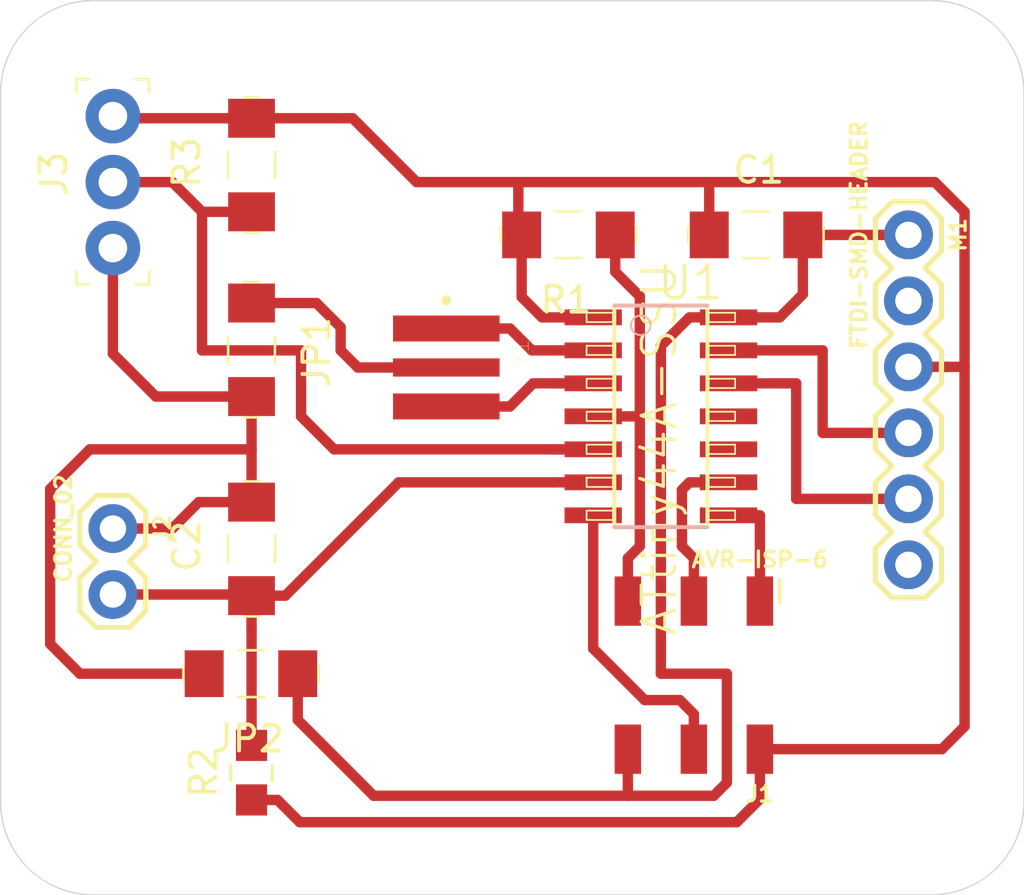
<source format=kicad_pcb>
(kicad_pcb (version 20171130) (host pcbnew "(5.1.5-0-10_14)")

  (general
    (thickness 1.6)
    (drawings 8)
    (tracks 111)
    (zones 0)
    (modules 13)
    (nets 19)
  )

  (page A4)
  (layers
    (0 F.Cu signal)
    (31 B.Cu signal hide)
    (32 B.Adhes user hide)
    (33 F.Adhes user hide)
    (34 B.Paste user hide)
    (35 F.Paste user hide)
    (36 B.SilkS user hide)
    (37 F.SilkS user hide)
    (38 B.Mask user hide)
    (39 F.Mask user hide)
    (40 Dwgs.User user hide)
    (41 Cmts.User user hide)
    (42 Eco1.User user hide)
    (43 Eco2.User user hide)
    (44 Edge.Cuts user)
    (45 Margin user hide)
    (46 B.CrtYd user hide)
    (47 F.CrtYd user hide)
    (48 B.Fab user hide)
    (49 F.Fab user hide)
  )

  (setup
    (last_trace_width 0.4)
    (trace_clearance 0.41)
    (zone_clearance 0.508)
    (zone_45_only no)
    (trace_min 0.2)
    (via_size 0.8)
    (via_drill 0.4)
    (via_min_size 0.4)
    (via_min_drill 0.3)
    (uvia_size 0.3)
    (uvia_drill 0.1)
    (uvias_allowed no)
    (uvia_min_size 0.2)
    (uvia_min_drill 0.1)
    (edge_width 0.05)
    (segment_width 0.2)
    (pcb_text_width 0.3)
    (pcb_text_size 1.5 1.5)
    (mod_edge_width 0.12)
    (mod_text_size 1 1)
    (mod_text_width 0.15)
    (pad_size 1.524 1.524)
    (pad_drill 0.762)
    (pad_to_mask_clearance 0.051)
    (solder_mask_min_width 0.25)
    (aux_axis_origin 0 0)
    (visible_elements FFFFFF7F)
    (pcbplotparams
      (layerselection 0x01000_7fffffff)
      (usegerberextensions false)
      (usegerberattributes false)
      (usegerberadvancedattributes false)
      (creategerberjobfile false)
      (excludeedgelayer true)
      (linewidth 0.100000)
      (plotframeref false)
      (viasonmask false)
      (mode 1)
      (useauxorigin false)
      (hpglpennumber 1)
      (hpglpenspeed 20)
      (hpglpendiameter 15.000000)
      (psnegative false)
      (psa4output false)
      (plotreference true)
      (plotvalue true)
      (plotinvisibletext false)
      (padsonsilk false)
      (subtractmaskfromsilk false)
      (outputformat 1)
      (mirror false)
      (drillshape 0)
      (scaleselection 1)
      (outputdirectory ""))
  )

  (net 0 "")
  (net 1 /GND)
  (net 2 /VCC)
  (net 3 /AO)
  (net 4 /MISO)
  (net 5 /SCK)
  (net 6 /MOSI)
  (net 7 /RST)
  (net 8 /DO)
  (net 9 "Net-(M1-Pad2)")
  (net 10 /TX)
  (net 11 /RX)
  (net 12 "Net-(M1-Pad6)")
  (net 13 "Net-(U1-Pad3)")
  (net 14 "Net-(U1-Pad2)")
  (net 15 "Net-(U1-Pad10)")
  (net 16 "Net-(U1-Pad11)")
  (net 17 "Net-(JP1-Pad1)")
  (net 18 /connection)

  (net_class Default "This is the default net class."
    (clearance 0.41)
    (trace_width 0.4)
    (via_dia 0.8)
    (via_drill 0.4)
    (uvia_dia 0.3)
    (uvia_drill 0.1)
    (add_net /AO)
    (add_net /DO)
    (add_net /GND)
    (add_net /MISO)
    (add_net /MOSI)
    (add_net /RST)
    (add_net /RX)
    (add_net /SCK)
    (add_net /TX)
    (add_net /VCC)
    (add_net /connection)
    (add_net "Net-(JP1-Pad1)")
    (add_net "Net-(M1-Pad2)")
    (add_net "Net-(M1-Pad6)")
    (add_net "Net-(U1-Pad10)")
    (add_net "Net-(U1-Pad11)")
    (add_net "Net-(U1-Pad2)")
    (add_net "Net-(U1-Pad3)")
  )

  (module digikey-footprints:1206 (layer F.Cu) (tedit 5D288D46) (tstamp 5E825116)
    (at 46.99 28.934 90)
    (descr http://media.digikey.com/pdf/Data%20Sheets/Lite-On%20PDFs/LTST-C230KFKT_5-24-06.pdf)
    (path /5E7F0EA9)
    (attr smd)
    (fp_text reference R3 (at 0.1 -2.5 90) (layer F.SilkS)
      (effects (font (size 1 1) (thickness 0.15)))
    )
    (fp_text value 4.7K (at 0 2.6 90) (layer F.Fab)
      (effects (font (size 1 1) (thickness 0.15)))
    )
    (fp_line (start 2.6 -0.3) (end 2.6 0.3) (layer F.SilkS) (width 0.1))
    (fp_line (start -2.6 -0.3) (end -2.6 0.3) (layer F.SilkS) (width 0.1))
    (fp_line (start 0 0.9) (end -0.5 0.9) (layer F.SilkS) (width 0.1))
    (fp_line (start 0 0.9) (end 0.5 0.9) (layer F.SilkS) (width 0.1))
    (fp_line (start 0 -0.9) (end -0.5 -0.9) (layer F.SilkS) (width 0.1))
    (fp_line (start 0 -0.9) (end 0.5 -0.9) (layer F.SilkS) (width 0.1))
    (fp_text user %R (at 0 0 90) (layer F.Fab)
      (effects (font (size 1 1) (thickness 0.15)))
    )
    (fp_line (start 2.8 1.15) (end 2.8 -1.15) (layer F.CrtYd) (width 0.05))
    (fp_line (start 2.8 -1.15) (end -2.8 -1.15) (layer F.CrtYd) (width 0.05))
    (fp_line (start -2.8 -1.15) (end -2.8 1.15) (layer F.CrtYd) (width 0.05))
    (fp_line (start -2.8 1.15) (end 2.8 1.15) (layer F.CrtYd) (width 0.05))
    (fp_line (start -1.6 -0.8) (end -1.6 0.8) (layer F.Fab) (width 0.1))
    (fp_line (start 1.6 -0.8) (end 1.6 0.8) (layer F.Fab) (width 0.1))
    (fp_line (start -1.6 -0.8) (end 1.6 -0.8) (layer F.Fab) (width 0.1))
    (fp_line (start -1.6 0.8) (end 1.6 0.8) (layer F.Fab) (width 0.1))
    (pad 1 smd rect (at -1.8 0 90) (size 1.5 1.8) (layers F.Cu F.Paste F.Mask)
      (net 8 /DO))
    (pad 2 smd rect (at 1.8 0 90) (size 1.5 1.8) (layers F.Cu F.Paste F.Mask)
      (net 2 /VCC))
  )

  (module Connectors:1X06 (layer F.Cu) (tedit 5963D43D) (tstamp 5E83CB33)
    (at 72.263 31.623 270)
    (descr "PLATED THROUGH HOLE - 6 PIN")
    (tags "PLATED THROUGH HOLE - 6 PIN")
    (path /5E7E21A9)
    (attr virtual)
    (fp_text reference M1 (at 0 -1.905 90) (layer F.SilkS)
      (effects (font (size 0.6096 0.6096) (thickness 0.127)))
    )
    (fp_text value FTDI-SMD-HEADER (at 0 1.905 90) (layer F.SilkS)
      (effects (font (size 0.6096 0.6096) (thickness 0.127)))
    )
    (fp_line (start 11.43 -0.635) (end 12.065 -1.27) (layer F.SilkS) (width 0.2032))
    (fp_line (start 12.065 -1.27) (end 13.335 -1.27) (layer F.SilkS) (width 0.2032))
    (fp_line (start 13.335 -1.27) (end 13.97 -0.635) (layer F.SilkS) (width 0.2032))
    (fp_line (start 13.97 0.635) (end 13.335 1.27) (layer F.SilkS) (width 0.2032))
    (fp_line (start 13.335 1.27) (end 12.065 1.27) (layer F.SilkS) (width 0.2032))
    (fp_line (start 12.065 1.27) (end 11.43 0.635) (layer F.SilkS) (width 0.2032))
    (fp_line (start 6.985 -1.27) (end 8.255 -1.27) (layer F.SilkS) (width 0.2032))
    (fp_line (start 8.255 -1.27) (end 8.89 -0.635) (layer F.SilkS) (width 0.2032))
    (fp_line (start 8.89 0.635) (end 8.255 1.27) (layer F.SilkS) (width 0.2032))
    (fp_line (start 8.89 -0.635) (end 9.525 -1.27) (layer F.SilkS) (width 0.2032))
    (fp_line (start 9.525 -1.27) (end 10.795 -1.27) (layer F.SilkS) (width 0.2032))
    (fp_line (start 10.795 -1.27) (end 11.43 -0.635) (layer F.SilkS) (width 0.2032))
    (fp_line (start 11.43 0.635) (end 10.795 1.27) (layer F.SilkS) (width 0.2032))
    (fp_line (start 10.795 1.27) (end 9.525 1.27) (layer F.SilkS) (width 0.2032))
    (fp_line (start 9.525 1.27) (end 8.89 0.635) (layer F.SilkS) (width 0.2032))
    (fp_line (start 3.81 -0.635) (end 4.445 -1.27) (layer F.SilkS) (width 0.2032))
    (fp_line (start 4.445 -1.27) (end 5.715 -1.27) (layer F.SilkS) (width 0.2032))
    (fp_line (start 5.715 -1.27) (end 6.35 -0.635) (layer F.SilkS) (width 0.2032))
    (fp_line (start 6.35 0.635) (end 5.715 1.27) (layer F.SilkS) (width 0.2032))
    (fp_line (start 5.715 1.27) (end 4.445 1.27) (layer F.SilkS) (width 0.2032))
    (fp_line (start 4.445 1.27) (end 3.81 0.635) (layer F.SilkS) (width 0.2032))
    (fp_line (start 6.985 -1.27) (end 6.35 -0.635) (layer F.SilkS) (width 0.2032))
    (fp_line (start 6.35 0.635) (end 6.985 1.27) (layer F.SilkS) (width 0.2032))
    (fp_line (start 8.255 1.27) (end 6.985 1.27) (layer F.SilkS) (width 0.2032))
    (fp_line (start -0.635 -1.27) (end 0.635 -1.27) (layer F.SilkS) (width 0.2032))
    (fp_line (start 0.635 -1.27) (end 1.27 -0.635) (layer F.SilkS) (width 0.2032))
    (fp_line (start 1.27 0.635) (end 0.635 1.27) (layer F.SilkS) (width 0.2032))
    (fp_line (start 1.27 -0.635) (end 1.905 -1.27) (layer F.SilkS) (width 0.2032))
    (fp_line (start 1.905 -1.27) (end 3.175 -1.27) (layer F.SilkS) (width 0.2032))
    (fp_line (start 3.175 -1.27) (end 3.81 -0.635) (layer F.SilkS) (width 0.2032))
    (fp_line (start 3.81 0.635) (end 3.175 1.27) (layer F.SilkS) (width 0.2032))
    (fp_line (start 3.175 1.27) (end 1.905 1.27) (layer F.SilkS) (width 0.2032))
    (fp_line (start 1.905 1.27) (end 1.27 0.635) (layer F.SilkS) (width 0.2032))
    (fp_line (start -1.27 -0.635) (end -1.27 0.635) (layer F.SilkS) (width 0.2032))
    (fp_line (start -0.635 -1.27) (end -1.27 -0.635) (layer F.SilkS) (width 0.2032))
    (fp_line (start -1.27 0.635) (end -0.635 1.27) (layer F.SilkS) (width 0.2032))
    (fp_line (start 0.635 1.27) (end -0.635 1.27) (layer F.SilkS) (width 0.2032))
    (fp_line (start 13.97 -0.635) (end 13.97 0.635) (layer F.SilkS) (width 0.2032))
    (pad 1 thru_hole circle (at 0 0 270) (size 1.8796 1.8796) (drill 1.016) (layers *.Cu *.Mask)
      (net 1 /GND) (solder_mask_margin 0.1016))
    (pad 2 thru_hole circle (at 2.54 0 270) (size 1.8796 1.8796) (drill 1.016) (layers *.Cu *.Mask)
      (net 9 "Net-(M1-Pad2)") (solder_mask_margin 0.1016))
    (pad 3 thru_hole circle (at 5.08 0 270) (size 1.8796 1.8796) (drill 1.016) (layers *.Cu *.Mask)
      (net 2 /VCC) (solder_mask_margin 0.1016))
    (pad 4 thru_hole circle (at 7.62 0 270) (size 1.8796 1.8796) (drill 1.016) (layers *.Cu *.Mask)
      (net 10 /TX) (solder_mask_margin 0.1016))
    (pad 5 thru_hole circle (at 10.16 0 270) (size 1.8796 1.8796) (drill 1.016) (layers *.Cu *.Mask)
      (net 11 /RX) (solder_mask_margin 0.1016))
    (pad 6 thru_hole circle (at 12.7 0 270) (size 1.8796 1.8796) (drill 1.016) (layers *.Cu *.Mask)
      (net 12 "Net-(M1-Pad6)") (solder_mask_margin 0.1016))
  )

  (module digikey-footprints:1206 (layer F.Cu) (tedit 5D288D46) (tstamp 5E82505A)
    (at 46.99 43.71 90)
    (descr http://media.digikey.com/pdf/Data%20Sheets/Lite-On%20PDFs/LTST-C230KFKT_5-24-06.pdf)
    (path /5E900676)
    (attr smd)
    (fp_text reference C2 (at 0.1 -2.5 90) (layer F.SilkS)
      (effects (font (size 1 1) (thickness 0.15)))
    )
    (fp_text value 0.1uF (at 0 2.6 90) (layer F.Fab)
      (effects (font (size 1 1) (thickness 0.15)))
    )
    (fp_line (start -1.6 0.8) (end 1.6 0.8) (layer F.Fab) (width 0.1))
    (fp_line (start -1.6 -0.8) (end 1.6 -0.8) (layer F.Fab) (width 0.1))
    (fp_line (start 1.6 -0.8) (end 1.6 0.8) (layer F.Fab) (width 0.1))
    (fp_line (start -1.6 -0.8) (end -1.6 0.8) (layer F.Fab) (width 0.1))
    (fp_line (start -2.8 1.15) (end 2.8 1.15) (layer F.CrtYd) (width 0.05))
    (fp_line (start -2.8 -1.15) (end -2.8 1.15) (layer F.CrtYd) (width 0.05))
    (fp_line (start 2.8 -1.15) (end -2.8 -1.15) (layer F.CrtYd) (width 0.05))
    (fp_line (start 2.8 1.15) (end 2.8 -1.15) (layer F.CrtYd) (width 0.05))
    (fp_text user %R (at 0 0) (layer F.Fab)
      (effects (font (size 1 1) (thickness 0.15)))
    )
    (fp_line (start 0 -0.9) (end 0.5 -0.9) (layer F.SilkS) (width 0.1))
    (fp_line (start 0 -0.9) (end -0.5 -0.9) (layer F.SilkS) (width 0.1))
    (fp_line (start 0 0.9) (end 0.5 0.9) (layer F.SilkS) (width 0.1))
    (fp_line (start 0 0.9) (end -0.5 0.9) (layer F.SilkS) (width 0.1))
    (fp_line (start -2.6 -0.3) (end -2.6 0.3) (layer F.SilkS) (width 0.1))
    (fp_line (start 2.6 -0.3) (end 2.6 0.3) (layer F.SilkS) (width 0.1))
    (pad 2 smd rect (at 1.8 0 90) (size 1.5 1.8) (layers F.Cu F.Paste F.Mask)
      (net 18 /connection))
    (pad 1 smd rect (at -1.8 0 90) (size 1.5 1.8) (layers F.Cu F.Paste F.Mask)
      (net 3 /AO))
  )

  (module digikey-footprints:1206 (layer F.Cu) (tedit 5D288D46) (tstamp 5E8479DE)
    (at 46.968 48.514 180)
    (descr http://media.digikey.com/pdf/Data%20Sheets/Lite-On%20PDFs/LTST-C230KFKT_5-24-06.pdf)
    (path /5ED2BB2B)
    (attr smd)
    (fp_text reference JP2 (at 0.1 -2.5) (layer F.SilkS)
      (effects (font (size 1 1) (thickness 0.15)))
    )
    (fp_text value 0 (at 0 2.6) (layer F.Fab)
      (effects (font (size 1 1) (thickness 0.15)))
    )
    (fp_line (start -1.6 0.8) (end 1.6 0.8) (layer F.Fab) (width 0.1))
    (fp_line (start -1.6 -0.8) (end 1.6 -0.8) (layer F.Fab) (width 0.1))
    (fp_line (start 1.6 -0.8) (end 1.6 0.8) (layer F.Fab) (width 0.1))
    (fp_line (start -1.6 -0.8) (end -1.6 0.8) (layer F.Fab) (width 0.1))
    (fp_line (start -2.8 1.15) (end 2.8 1.15) (layer F.CrtYd) (width 0.05))
    (fp_line (start -2.8 -1.15) (end -2.8 1.15) (layer F.CrtYd) (width 0.05))
    (fp_line (start 2.8 -1.15) (end -2.8 -1.15) (layer F.CrtYd) (width 0.05))
    (fp_line (start 2.8 1.15) (end 2.8 -1.15) (layer F.CrtYd) (width 0.05))
    (fp_text user %R (at 0 0) (layer F.Fab)
      (effects (font (size 1 1) (thickness 0.15)))
    )
    (fp_line (start 0 -0.9) (end 0.5 -0.9) (layer F.SilkS) (width 0.1))
    (fp_line (start 0 -0.9) (end -0.5 -0.9) (layer F.SilkS) (width 0.1))
    (fp_line (start 0 0.9) (end 0.5 0.9) (layer F.SilkS) (width 0.1))
    (fp_line (start 0 0.9) (end -0.5 0.9) (layer F.SilkS) (width 0.1))
    (fp_line (start -2.6 -0.3) (end -2.6 0.3) (layer F.SilkS) (width 0.1))
    (fp_line (start 2.6 -0.3) (end 2.6 0.3) (layer F.SilkS) (width 0.1))
    (pad 2 smd rect (at 1.8 0 180) (size 1.5 1.8) (layers F.Cu F.Paste F.Mask)
      (net 18 /connection))
    (pad 1 smd rect (at -1.8 0 180) (size 1.5 1.8) (layers F.Cu F.Paste F.Mask)
      (net 1 /GND))
  )

  (module digikey-footprints:1206 (layer F.Cu) (tedit 5D288D46) (tstamp 5E8479C9)
    (at 46.99 36.046 270)
    (descr http://media.digikey.com/pdf/Data%20Sheets/Lite-On%20PDFs/LTST-C230KFKT_5-24-06.pdf)
    (path /5ED299AD)
    (attr smd)
    (fp_text reference JP1 (at 0.1 -2.5 90) (layer F.SilkS)
      (effects (font (size 1 1) (thickness 0.15)))
    )
    (fp_text value 0 (at 0 2.6 90) (layer F.Fab)
      (effects (font (size 1 1) (thickness 0.15)))
    )
    (fp_line (start 2.6 -0.3) (end 2.6 0.3) (layer F.SilkS) (width 0.1))
    (fp_line (start -2.6 -0.3) (end -2.6 0.3) (layer F.SilkS) (width 0.1))
    (fp_line (start 0 0.9) (end -0.5 0.9) (layer F.SilkS) (width 0.1))
    (fp_line (start 0 0.9) (end 0.5 0.9) (layer F.SilkS) (width 0.1))
    (fp_line (start 0 -0.9) (end -0.5 -0.9) (layer F.SilkS) (width 0.1))
    (fp_line (start 0 -0.9) (end 0.5 -0.9) (layer F.SilkS) (width 0.1))
    (fp_text user %R (at 0 0 90) (layer F.Fab)
      (effects (font (size 1 1) (thickness 0.15)))
    )
    (fp_line (start 2.8 1.15) (end 2.8 -1.15) (layer F.CrtYd) (width 0.05))
    (fp_line (start 2.8 -1.15) (end -2.8 -1.15) (layer F.CrtYd) (width 0.05))
    (fp_line (start -2.8 -1.15) (end -2.8 1.15) (layer F.CrtYd) (width 0.05))
    (fp_line (start -2.8 1.15) (end 2.8 1.15) (layer F.CrtYd) (width 0.05))
    (fp_line (start -1.6 -0.8) (end -1.6 0.8) (layer F.Fab) (width 0.1))
    (fp_line (start 1.6 -0.8) (end 1.6 0.8) (layer F.Fab) (width 0.1))
    (fp_line (start -1.6 -0.8) (end 1.6 -0.8) (layer F.Fab) (width 0.1))
    (fp_line (start -1.6 0.8) (end 1.6 0.8) (layer F.Fab) (width 0.1))
    (pad 1 smd rect (at -1.8 0 270) (size 1.5 1.8) (layers F.Cu F.Paste F.Mask)
      (net 17 "Net-(JP1-Pad1)"))
    (pad 2 smd rect (at 1.8 0 270) (size 1.5 1.8) (layers F.Cu F.Paste F.Mask)
      (net 18 /connection))
  )

  (module digikey-footprints:PinHeader_1x3_P2.54_Drill1.1mm (layer F.Cu) (tedit 5A4528F9) (tstamp 5E838D5A)
    (at 41.656 32.131 90)
    (path /5E82126A)
    (fp_text reference J3 (at 2.85 -2.28 90) (layer F.SilkS)
      (effects (font (size 1 1) (thickness 0.15)))
    )
    (fp_text value CONN_03POGO_PIN_HOLES_ONLY (at 2.921 2.921 90) (layer F.Fab)
      (effects (font (size 1 1) (thickness 0.15)))
    )
    (fp_line (start -1.52 1.52) (end 6.6 1.52) (layer F.CrtYd) (width 0.05))
    (fp_line (start 6.6 -1.52) (end 6.6 1.52) (layer F.CrtYd) (width 0.05))
    (fp_line (start -1.52 -1.52) (end -1.52 1.52) (layer F.CrtYd) (width 0.05))
    (fp_line (start -1.52 -1.52) (end 6.6 -1.52) (layer F.CrtYd) (width 0.05))
    (fp_line (start 6.5 1.4) (end 6.5 0.9) (layer F.SilkS) (width 0.1))
    (fp_line (start 6.5 1.4) (end 6 1.4) (layer F.SilkS) (width 0.1))
    (fp_line (start -1.4 1.4) (end -0.9 1.4) (layer F.SilkS) (width 0.1))
    (fp_line (start -1.4 1.4) (end -1.4 0.9) (layer F.SilkS) (width 0.1))
    (fp_line (start -1.4 -1.4) (end -1.4 -0.9) (layer F.SilkS) (width 0.1))
    (fp_line (start -1.4 -1.4) (end -0.9 -1.4) (layer F.SilkS) (width 0.1))
    (fp_line (start 6.5 -1.4) (end 6.5 -0.9) (layer F.SilkS) (width 0.1))
    (fp_line (start 6.5 -1.4) (end 6 -1.4) (layer F.SilkS) (width 0.1))
    (fp_line (start -1.27 1.27) (end 6.35 1.27) (layer F.Fab) (width 0.1))
    (fp_line (start -1.27 -1.27) (end -1.27 1.27) (layer F.Fab) (width 0.1))
    (fp_line (start 6.35 -1.27) (end 6.35 1.27) (layer F.Fab) (width 0.1))
    (fp_line (start -1.27 -1.27) (end 6.35 -1.27) (layer F.Fab) (width 0.1))
    (pad 1 thru_hole circle (at 0 0 90) (size 2.1 2.1) (drill 1.1) (layers *.Cu *.Mask)
      (net 18 /connection))
    (pad 2 thru_hole circle (at 2.54 0 90) (size 2.1 2.1) (drill 1.1) (layers *.Cu *.Mask)
      (net 8 /DO))
    (pad 3 thru_hole circle (at 5.08 0 90) (size 2.1 2.1) (drill 1.1) (layers *.Cu *.Mask)
      (net 2 /VCC))
  )

  (module digikey-footprints:1206 (layer F.Cu) (tedit 5D288D46) (tstamp 5E8250EC)
    (at 59.182 31.623 180)
    (descr http://media.digikey.com/pdf/Data%20Sheets/Lite-On%20PDFs/LTST-C230KFKT_5-24-06.pdf)
    (path /5E7E6128)
    (attr smd)
    (fp_text reference R1 (at 0.1 -2.5) (layer F.SilkS)
      (effects (font (size 1 1) (thickness 0.15)))
    )
    (fp_text value 10K (at 0 2.6) (layer F.Fab)
      (effects (font (size 1 1) (thickness 0.15)))
    )
    (fp_line (start 2.6 -0.3) (end 2.6 0.3) (layer F.SilkS) (width 0.1))
    (fp_line (start -2.6 -0.3) (end -2.6 0.3) (layer F.SilkS) (width 0.1))
    (fp_line (start 0 0.9) (end -0.5 0.9) (layer F.SilkS) (width 0.1))
    (fp_line (start 0 0.9) (end 0.5 0.9) (layer F.SilkS) (width 0.1))
    (fp_line (start 0 -0.9) (end -0.5 -0.9) (layer F.SilkS) (width 0.1))
    (fp_line (start 0 -0.9) (end 0.5 -0.9) (layer F.SilkS) (width 0.1))
    (fp_text user %R (at 0 0) (layer F.Fab)
      (effects (font (size 1 1) (thickness 0.15)))
    )
    (fp_line (start 2.8 1.15) (end 2.8 -1.15) (layer F.CrtYd) (width 0.05))
    (fp_line (start 2.8 -1.15) (end -2.8 -1.15) (layer F.CrtYd) (width 0.05))
    (fp_line (start -2.8 -1.15) (end -2.8 1.15) (layer F.CrtYd) (width 0.05))
    (fp_line (start -2.8 1.15) (end 2.8 1.15) (layer F.CrtYd) (width 0.05))
    (fp_line (start -1.6 -0.8) (end -1.6 0.8) (layer F.Fab) (width 0.1))
    (fp_line (start 1.6 -0.8) (end 1.6 0.8) (layer F.Fab) (width 0.1))
    (fp_line (start -1.6 -0.8) (end 1.6 -0.8) (layer F.Fab) (width 0.1))
    (fp_line (start -1.6 0.8) (end 1.6 0.8) (layer F.Fab) (width 0.1))
    (pad 1 smd rect (at -1.8 0 180) (size 1.5 1.8) (layers F.Cu F.Paste F.Mask)
      (net 7 /RST))
    (pad 2 smd rect (at 1.8 0 180) (size 1.5 1.8) (layers F.Cu F.Paste F.Mask)
      (net 2 /VCC))
  )

  (module Connectors:2X3_SMD (layer F.Cu) (tedit 200000) (tstamp 5E83D16E)
    (at 64.008 48.56988 180)
    (descr "SURFACE MOUNT - 2X3")
    (tags "SURFACE MOUNT - 2X3")
    (path /5E808842)
    (attr smd)
    (fp_text reference J1 (at -2.54 -4.572) (layer F.SilkS)
      (effects (font (size 0.6096 0.6096) (thickness 0.127)))
    )
    (fp_text value AVR-ISP-6 (at -2.54 4.445) (layer F.SilkS)
      (effects (font (size 0.6096 0.6096) (thickness 0.127)))
    )
    (fp_line (start -0.29972 -2.54762) (end 0.29972 -2.54762) (layer Dwgs.User) (width 0.06604))
    (fp_line (start 0.29972 -2.54762) (end 0.29972 -3.34772) (layer Dwgs.User) (width 0.06604))
    (fp_line (start -0.29972 -3.34772) (end 0.29972 -3.34772) (layer Dwgs.User) (width 0.06604))
    (fp_line (start -0.29972 -2.54762) (end -0.29972 -3.34772) (layer Dwgs.User) (width 0.06604))
    (fp_line (start -2.83972 -2.54762) (end -2.23774 -2.54762) (layer Dwgs.User) (width 0.06604))
    (fp_line (start -2.23774 -2.54762) (end -2.23774 -3.34772) (layer Dwgs.User) (width 0.06604))
    (fp_line (start -2.83972 -3.34772) (end -2.23774 -3.34772) (layer Dwgs.User) (width 0.06604))
    (fp_line (start -2.83972 -2.54762) (end -2.83972 -3.34772) (layer Dwgs.User) (width 0.06604))
    (fp_line (start 2.23774 -2.54762) (end 2.83972 -2.54762) (layer Dwgs.User) (width 0.06604))
    (fp_line (start 2.83972 -2.54762) (end 2.83972 -3.34772) (layer Dwgs.User) (width 0.06604))
    (fp_line (start 2.23774 -3.34772) (end 2.83972 -3.34772) (layer Dwgs.User) (width 0.06604))
    (fp_line (start 2.23774 -2.54762) (end 2.23774 -3.34772) (layer Dwgs.User) (width 0.06604))
    (fp_line (start -2.83972 3.34772) (end -2.23774 3.34772) (layer Dwgs.User) (width 0.06604))
    (fp_line (start -2.23774 3.34772) (end -2.23774 2.54762) (layer Dwgs.User) (width 0.06604))
    (fp_line (start -2.83972 2.54762) (end -2.23774 2.54762) (layer Dwgs.User) (width 0.06604))
    (fp_line (start -2.83972 3.34772) (end -2.83972 2.54762) (layer Dwgs.User) (width 0.06604))
    (fp_line (start -0.29972 3.34772) (end 0.29972 3.34772) (layer Dwgs.User) (width 0.06604))
    (fp_line (start 0.29972 3.34772) (end 0.29972 2.54762) (layer Dwgs.User) (width 0.06604))
    (fp_line (start -0.29972 2.54762) (end 0.29972 2.54762) (layer Dwgs.User) (width 0.06604))
    (fp_line (start -0.29972 3.34772) (end -0.29972 2.54762) (layer Dwgs.User) (width 0.06604))
    (fp_line (start 2.23774 3.34772) (end 2.83972 3.34772) (layer Dwgs.User) (width 0.06604))
    (fp_line (start 2.83972 3.34772) (end 2.83972 2.54762) (layer Dwgs.User) (width 0.06604))
    (fp_line (start 2.23774 2.54762) (end 2.83972 2.54762) (layer Dwgs.User) (width 0.06604))
    (fp_line (start 2.23774 3.34772) (end 2.23774 2.54762) (layer Dwgs.User) (width 0.06604))
    (fp_line (start -3.81 2.49936) (end -3.81 -2.49936) (layer Dwgs.User) (width 0.127))
    (fp_line (start -3.81 -2.49936) (end 3.81 -2.49936) (layer Dwgs.User) (width 0.127))
    (fp_line (start 3.81 -2.49936) (end 3.81 2.49936) (layer Dwgs.User) (width 0.127))
    (fp_line (start 3.81 2.49936) (end -3.81 2.49936) (layer Dwgs.User) (width 0.127))
    (fp_line (start -3.302 3.683) (end -3.302 2.794) (layer F.SilkS) (width 0.127))
    (fp_circle (center 0 -1.27) (end 0 -1.9685) (layer Dwgs.User) (width 0.127))
    (fp_circle (center -2.54 -1.27) (end -2.54 -1.9685) (layer Dwgs.User) (width 0.127))
    (fp_circle (center -2.54 1.27) (end -2.54 0.5715) (layer Dwgs.User) (width 0.127))
    (fp_circle (center 0 1.27) (end 0 0.5715) (layer Dwgs.User) (width 0.127))
    (fp_circle (center 2.54 1.27) (end 2.54 0.5715) (layer Dwgs.User) (width 0.127))
    (fp_circle (center 2.54 -1.27) (end 2.54 -1.9685) (layer Dwgs.User) (width 0.127))
    (pad 1 smd rect (at -2.54 2.84988 180) (size 1.01854 1.89992) (layers F.Cu F.Paste F.Mask)
      (net 4 /MISO) (solder_mask_margin 0.1016))
    (pad 2 smd rect (at -2.54 -2.84988 180) (size 1.01854 1.89992) (layers F.Cu F.Paste F.Mask)
      (net 2 /VCC) (solder_mask_margin 0.1016))
    (pad 3 smd rect (at 0 2.84988 180) (size 1.01854 1.89992) (layers F.Cu F.Paste F.Mask)
      (net 5 /SCK) (solder_mask_margin 0.1016))
    (pad 4 smd rect (at 0 -2.84988 180) (size 1.01854 1.89992) (layers F.Cu F.Paste F.Mask)
      (net 6 /MOSI) (solder_mask_margin 0.1016))
    (pad 5 smd rect (at 2.54 2.84988 180) (size 1.01854 1.89992) (layers F.Cu F.Paste F.Mask)
      (net 7 /RST) (solder_mask_margin 0.1016))
    (pad 6 smd rect (at 2.54 -2.84988 180) (size 1.01854 1.89992) (layers F.Cu F.Paste F.Mask)
      (net 1 /GND) (solder_mask_margin 0.1016))
  )

  (module ECS-CR2-20:XTAL_ECS-CR2-20.00-B-TR (layer F.Cu) (tedit 5E81B524) (tstamp 5E845283)
    (at 54.483 36.727 270)
    (path /5ECE57E3)
    (fp_text reference Y1 (at -0.575643 -2.878186 90) (layer F.SilkS)
      (effects (font (size 0.591206 0.591206) (thickness 0.015)))
    )
    (fp_text value 20MHz (at 6.185908 2.729818 90) (layer F.Fab)
      (effects (font (size 0.591594 0.591594) (thickness 0.015)))
    )
    (fp_line (start -1.85 -1.55) (end 1.85 -1.55) (layer F.Fab) (width 0.127))
    (fp_line (start 1.85 -1.55) (end 1.85 1.55) (layer F.Fab) (width 0.127))
    (fp_line (start 1.85 1.55) (end -1.85 1.55) (layer F.Fab) (width 0.127))
    (fp_line (start -1.85 1.55) (end -1.85 -1.55) (layer F.Fab) (width 0.127))
    (fp_line (start -2.25 -2.3) (end 2.25 -2.3) (layer F.CrtYd) (width 0.05))
    (fp_line (start 2.25 -2.3) (end 2.25 2.3) (layer F.CrtYd) (width 0.05))
    (fp_line (start 2.25 2.3) (end -2.25 2.3) (layer F.CrtYd) (width 0.05))
    (fp_line (start -2.25 2.3) (end -2.25 -2.3) (layer F.CrtYd) (width 0.05))
    (fp_circle (center -2.576 0) (end -2.476 0) (layer F.SilkS) (width 0.2))
    (fp_circle (center -2.576 -0.004) (end -2.476 -0.004) (layer F.Fab) (width 0.2))
    (pad 1 smd rect (at -1.5 0 270) (size 1 4.1) (layers F.Cu F.Paste F.Mask)
      (net 14 "Net-(U1-Pad2)"))
    (pad 2 smd rect (at 0 0 270) (size 0.7 4.1) (layers F.Cu F.Paste F.Mask)
      (net 17 "Net-(JP1-Pad1)"))
    (pad 3 smd rect (at 1.5 0 270) (size 1 4.1) (layers F.Cu F.Paste F.Mask)
      (net 13 "Net-(U1-Pad3)"))
  )

  (module digikey-footprints:1206 (layer F.Cu) (tedit 5D288D46) (tstamp 5E825045)
    (at 66.399 31.623)
    (descr http://media.digikey.com/pdf/Data%20Sheets/Lite-On%20PDFs/LTST-C230KFKT_5-24-06.pdf)
    (path /5E7E6F41)
    (attr smd)
    (fp_text reference C1 (at 0.1 -2.5) (layer F.SilkS)
      (effects (font (size 1 1) (thickness 0.15)))
    )
    (fp_text value 1uF (at 0 2.6) (layer F.Fab)
      (effects (font (size 1 1) (thickness 0.15)))
    )
    (fp_line (start -1.6 0.8) (end 1.6 0.8) (layer F.Fab) (width 0.1))
    (fp_line (start -1.6 -0.8) (end 1.6 -0.8) (layer F.Fab) (width 0.1))
    (fp_line (start 1.6 -0.8) (end 1.6 0.8) (layer F.Fab) (width 0.1))
    (fp_line (start -1.6 -0.8) (end -1.6 0.8) (layer F.Fab) (width 0.1))
    (fp_line (start -2.8 1.15) (end 2.8 1.15) (layer F.CrtYd) (width 0.05))
    (fp_line (start -2.8 -1.15) (end -2.8 1.15) (layer F.CrtYd) (width 0.05))
    (fp_line (start 2.8 -1.15) (end -2.8 -1.15) (layer F.CrtYd) (width 0.05))
    (fp_line (start 2.8 1.15) (end 2.8 -1.15) (layer F.CrtYd) (width 0.05))
    (fp_text user %R (at 0 0) (layer F.Fab)
      (effects (font (size 1 1) (thickness 0.15)))
    )
    (fp_line (start 0 -0.9) (end 0.5 -0.9) (layer F.SilkS) (width 0.1))
    (fp_line (start 0 -0.9) (end -0.5 -0.9) (layer F.SilkS) (width 0.1))
    (fp_line (start 0 0.9) (end 0.5 0.9) (layer F.SilkS) (width 0.1))
    (fp_line (start 0 0.9) (end -0.5 0.9) (layer F.SilkS) (width 0.1))
    (fp_line (start -2.6 -0.3) (end -2.6 0.3) (layer F.SilkS) (width 0.1))
    (fp_line (start 2.6 -0.3) (end 2.6 0.3) (layer F.SilkS) (width 0.1))
    (pad 2 smd rect (at 1.8 0) (size 1.5 1.8) (layers F.Cu F.Paste F.Mask)
      (net 1 /GND))
    (pad 1 smd rect (at -1.8 0) (size 1.5 1.8) (layers F.Cu F.Paste F.Mask)
      (net 2 /VCC))
  )

  (module Connectors:1X02 (layer F.Cu) (tedit 5963D0E5) (tstamp 5E82509B)
    (at 41.656 42.926 270)
    (descr "PLATED THROUGH HOLE")
    (tags "PLATED THROUGH HOLE")
    (path /5E900384)
    (attr virtual)
    (fp_text reference J2 (at 0 -1.905 90) (layer F.SilkS)
      (effects (font (size 0.6096 0.6096) (thickness 0.127)))
    )
    (fp_text value CONN_02 (at 0 1.905 90) (layer F.SilkS)
      (effects (font (size 0.6096 0.6096) (thickness 0.127)))
    )
    (fp_line (start -0.635 -1.27) (end 0.635 -1.27) (layer F.SilkS) (width 0.2032))
    (fp_line (start 0.635 -1.27) (end 1.27 -0.635) (layer F.SilkS) (width 0.2032))
    (fp_line (start 1.27 0.635) (end 0.635 1.27) (layer F.SilkS) (width 0.2032))
    (fp_line (start 1.27 -0.635) (end 1.905 -1.27) (layer F.SilkS) (width 0.2032))
    (fp_line (start 1.905 -1.27) (end 3.175 -1.27) (layer F.SilkS) (width 0.2032))
    (fp_line (start 3.175 -1.27) (end 3.81 -0.635) (layer F.SilkS) (width 0.2032))
    (fp_line (start 3.81 0.635) (end 3.175 1.27) (layer F.SilkS) (width 0.2032))
    (fp_line (start 3.175 1.27) (end 1.905 1.27) (layer F.SilkS) (width 0.2032))
    (fp_line (start 1.905 1.27) (end 1.27 0.635) (layer F.SilkS) (width 0.2032))
    (fp_line (start -1.27 -0.635) (end -1.27 0.635) (layer F.SilkS) (width 0.2032))
    (fp_line (start -0.635 -1.27) (end -1.27 -0.635) (layer F.SilkS) (width 0.2032))
    (fp_line (start -1.27 0.635) (end -0.635 1.27) (layer F.SilkS) (width 0.2032))
    (fp_line (start 0.635 1.27) (end -0.635 1.27) (layer F.SilkS) (width 0.2032))
    (fp_line (start 3.81 -0.635) (end 3.81 0.635) (layer F.SilkS) (width 0.2032))
    (pad 1 thru_hole circle (at 0 0 270) (size 1.8796 1.8796) (drill 1.016) (layers *.Cu *.Mask)
      (net 18 /connection) (solder_mask_margin 0.1016))
    (pad 2 thru_hole circle (at 2.54 0 270) (size 1.8796 1.8796) (drill 1.016) (layers *.Cu *.Mask)
      (net 3 /AO) (solder_mask_margin 0.1016))
  )

  (module digikey-footprints:0805 (layer F.Cu) (tedit 5D288D36) (tstamp 5E838D9F)
    (at 46.99 52.324 90)
    (path /5E900CC0)
    (attr smd)
    (fp_text reference R2 (at 0 -1.84 90) (layer F.SilkS)
      (effects (font (size 1 1) (thickness 0.15)))
    )
    (fp_text value 510K (at 0 1.95 90) (layer F.Fab)
      (effects (font (size 1 1) (thickness 0.15)))
    )
    (fp_line (start -1.9 0.93) (end 1.9 0.93) (layer F.CrtYd) (width 0.05))
    (fp_line (start -1.9 -0.93) (end 1.9 -0.93) (layer F.CrtYd) (width 0.05))
    (fp_line (start 1.9 0.93) (end 1.9 -0.93) (layer F.CrtYd) (width 0.05))
    (fp_line (start -1.9 0.93) (end -1.9 -0.93) (layer F.CrtYd) (width 0.05))
    (fp_line (start -0.32 0.8) (end 0.28 0.8) (layer F.SilkS) (width 0.12))
    (fp_line (start -0.3 -0.8) (end 0.3 -0.8) (layer F.SilkS) (width 0.12))
    (fp_line (start -0.95 0.68) (end 0.95 0.68) (layer F.Fab) (width 0.12))
    (fp_line (start -0.95 -0.68) (end 0.95 -0.68) (layer F.Fab) (width 0.12))
    (fp_line (start 0.95 -0.675) (end 0.95 0.675) (layer F.Fab) (width 0.12))
    (fp_line (start -0.95 -0.675) (end -0.95 0.675) (layer F.Fab) (width 0.12))
    (pad 2 smd rect (at 1.05 0 90) (size 1.2 1.2) (layers F.Cu F.Paste F.Mask)
      (net 3 /AO))
    (pad 1 smd rect (at -1.05 0 90) (size 1.2 1.2) (layers F.Cu F.Paste F.Mask)
      (net 2 /VCC))
  )

  (module fab:fab-SOIC14 (layer F.Cu) (tedit 200000) (tstamp 5E838DAE)
    (at 62.738 38.608 270)
    (descr "SMALL OUTLINE PACKAGE")
    (tags "SMALL OUTLINE PACKAGE")
    (path /5E7DFAAD)
    (attr smd)
    (fp_text reference U1 (at -5.1435 -1.143) (layer F.SilkS)
      (effects (font (size 1.27 1.27) (thickness 0.127)))
    )
    (fp_text value ATtiny44A-SSU (at 1.27 0.0635 90) (layer F.SilkS)
      (effects (font (size 1.27 1.27) (thickness 0.127)))
    )
    (fp_line (start -3.9878 -1.8415) (end -3.62966 -1.8415) (layer F.SilkS) (width 0.06604))
    (fp_line (start -3.62966 -1.8415) (end -3.62966 -2.8575) (layer F.SilkS) (width 0.06604))
    (fp_line (start -3.9878 -2.8575) (end -3.62966 -2.8575) (layer F.SilkS) (width 0.06604))
    (fp_line (start -3.9878 -1.8415) (end -3.9878 -2.8575) (layer F.SilkS) (width 0.06604))
    (fp_line (start -2.7178 -1.8415) (end -2.3622 -1.8415) (layer F.SilkS) (width 0.06604))
    (fp_line (start -2.3622 -1.8415) (end -2.3622 -2.8575) (layer F.SilkS) (width 0.06604))
    (fp_line (start -2.7178 -2.8575) (end -2.3622 -2.8575) (layer F.SilkS) (width 0.06604))
    (fp_line (start -2.7178 -1.8415) (end -2.7178 -2.8575) (layer F.SilkS) (width 0.06604))
    (fp_line (start -1.4478 -1.8415) (end -1.08966 -1.8415) (layer F.SilkS) (width 0.06604))
    (fp_line (start -1.08966 -1.8415) (end -1.08966 -2.8575) (layer F.SilkS) (width 0.06604))
    (fp_line (start -1.4478 -2.8575) (end -1.08966 -2.8575) (layer F.SilkS) (width 0.06604))
    (fp_line (start -1.4478 -1.8415) (end -1.4478 -2.8575) (layer F.SilkS) (width 0.06604))
    (fp_line (start -0.1778 -1.8415) (end 0.1778 -1.8415) (layer F.SilkS) (width 0.06604))
    (fp_line (start 0.1778 -1.8415) (end 0.1778 -2.8575) (layer F.SilkS) (width 0.06604))
    (fp_line (start -0.1778 -2.8575) (end 0.1778 -2.8575) (layer F.SilkS) (width 0.06604))
    (fp_line (start -0.1778 -1.8415) (end -0.1778 -2.8575) (layer F.SilkS) (width 0.06604))
    (fp_line (start 1.08966 -1.8415) (end 1.4478 -1.8415) (layer F.SilkS) (width 0.06604))
    (fp_line (start 1.4478 -1.8415) (end 1.4478 -2.8575) (layer F.SilkS) (width 0.06604))
    (fp_line (start 1.08966 -2.8575) (end 1.4478 -2.8575) (layer F.SilkS) (width 0.06604))
    (fp_line (start 1.08966 -1.8415) (end 1.08966 -2.8575) (layer F.SilkS) (width 0.06604))
    (fp_line (start 2.3622 -1.8415) (end 2.7178 -1.8415) (layer F.SilkS) (width 0.06604))
    (fp_line (start 2.7178 -1.8415) (end 2.7178 -2.8575) (layer F.SilkS) (width 0.06604))
    (fp_line (start 2.3622 -2.8575) (end 2.7178 -2.8575) (layer F.SilkS) (width 0.06604))
    (fp_line (start 2.3622 -1.8415) (end 2.3622 -2.8575) (layer F.SilkS) (width 0.06604))
    (fp_line (start 3.62966 -1.8415) (end 3.9878 -1.8415) (layer F.SilkS) (width 0.06604))
    (fp_line (start 3.9878 -1.8415) (end 3.9878 -2.8575) (layer F.SilkS) (width 0.06604))
    (fp_line (start 3.62966 -2.8575) (end 3.9878 -2.8575) (layer F.SilkS) (width 0.06604))
    (fp_line (start 3.62966 -1.8415) (end 3.62966 -2.8575) (layer F.SilkS) (width 0.06604))
    (fp_line (start 3.62966 2.8575) (end 3.9878 2.8575) (layer F.SilkS) (width 0.06604))
    (fp_line (start 3.9878 2.8575) (end 3.9878 1.8415) (layer F.SilkS) (width 0.06604))
    (fp_line (start 3.62966 1.8415) (end 3.9878 1.8415) (layer F.SilkS) (width 0.06604))
    (fp_line (start 3.62966 2.8575) (end 3.62966 1.8415) (layer F.SilkS) (width 0.06604))
    (fp_line (start 2.3622 2.8575) (end 2.7178 2.8575) (layer F.SilkS) (width 0.06604))
    (fp_line (start 2.7178 2.8575) (end 2.7178 1.8415) (layer F.SilkS) (width 0.06604))
    (fp_line (start 2.3622 1.8415) (end 2.7178 1.8415) (layer F.SilkS) (width 0.06604))
    (fp_line (start 2.3622 2.8575) (end 2.3622 1.8415) (layer F.SilkS) (width 0.06604))
    (fp_line (start 1.08966 2.8575) (end 1.4478 2.8575) (layer F.SilkS) (width 0.06604))
    (fp_line (start 1.4478 2.8575) (end 1.4478 1.8415) (layer F.SilkS) (width 0.06604))
    (fp_line (start 1.08966 1.8415) (end 1.4478 1.8415) (layer F.SilkS) (width 0.06604))
    (fp_line (start 1.08966 2.8575) (end 1.08966 1.8415) (layer F.SilkS) (width 0.06604))
    (fp_line (start -0.1778 2.8575) (end 0.1778 2.8575) (layer F.SilkS) (width 0.06604))
    (fp_line (start 0.1778 2.8575) (end 0.1778 1.8415) (layer F.SilkS) (width 0.06604))
    (fp_line (start -0.1778 1.8415) (end 0.1778 1.8415) (layer F.SilkS) (width 0.06604))
    (fp_line (start -0.1778 2.8575) (end -0.1778 1.8415) (layer F.SilkS) (width 0.06604))
    (fp_line (start -1.4478 2.8575) (end -1.08966 2.8575) (layer F.SilkS) (width 0.06604))
    (fp_line (start -1.08966 2.8575) (end -1.08966 1.8415) (layer F.SilkS) (width 0.06604))
    (fp_line (start -1.4478 1.8415) (end -1.08966 1.8415) (layer F.SilkS) (width 0.06604))
    (fp_line (start -1.4478 2.8575) (end -1.4478 1.8415) (layer F.SilkS) (width 0.06604))
    (fp_line (start -2.7178 2.8575) (end -2.3622 2.8575) (layer F.SilkS) (width 0.06604))
    (fp_line (start -2.3622 2.8575) (end -2.3622 1.8415) (layer F.SilkS) (width 0.06604))
    (fp_line (start -2.7178 1.8415) (end -2.3622 1.8415) (layer F.SilkS) (width 0.06604))
    (fp_line (start -2.7178 2.8575) (end -2.7178 1.8415) (layer F.SilkS) (width 0.06604))
    (fp_line (start -3.9878 2.8575) (end -3.62966 2.8575) (layer F.SilkS) (width 0.06604))
    (fp_line (start -3.62966 2.8575) (end -3.62966 1.8415) (layer F.SilkS) (width 0.06604))
    (fp_line (start -3.9878 1.8415) (end -3.62966 1.8415) (layer F.SilkS) (width 0.06604))
    (fp_line (start -3.9878 2.8575) (end -3.9878 1.8415) (layer F.SilkS) (width 0.06604))
    (fp_line (start -4.26466 1.7907) (end 4.26466 1.7907) (layer F.SilkS) (width 0.1524))
    (fp_line (start 4.26466 1.7907) (end 4.26466 -1.7907) (layer B.SilkS) (width 0.1524))
    (fp_line (start 4.26466 -1.7907) (end -4.26466 -1.7907) (layer F.SilkS) (width 0.1524))
    (fp_line (start -4.26466 -1.7907) (end -4.26466 1.7907) (layer B.SilkS) (width 0.1524))
    (fp_circle (center -3.5052 0.7747) (end -3.7719 1.0414) (layer B.SilkS) (width 0.0762))
    (pad 1 smd rect (at -3.81 2.6035 270) (size 0.6096 2.20726) (layers F.Cu F.Paste F.Mask)
      (net 2 /VCC))
    (pad 2 smd rect (at -2.54 2.6035 270) (size 0.6096 2.20726) (layers F.Cu F.Paste F.Mask)
      (net 14 "Net-(U1-Pad2)"))
    (pad 3 smd rect (at -1.27 2.6035 270) (size 0.6096 2.20726) (layers F.Cu F.Paste F.Mask)
      (net 13 "Net-(U1-Pad3)"))
    (pad 4 smd rect (at 0 2.6035 270) (size 0.6096 2.20726) (layers F.Cu F.Paste F.Mask)
      (net 7 /RST))
    (pad 5 smd rect (at 1.27 2.6035 270) (size 0.6096 2.20726) (layers F.Cu F.Paste F.Mask)
      (net 8 /DO))
    (pad 6 smd rect (at 2.54 2.6035 270) (size 0.6096 2.20726) (layers F.Cu F.Paste F.Mask)
      (net 3 /AO))
    (pad 7 smd rect (at 3.81 2.6035 270) (size 0.6096 2.20726) (layers F.Cu F.Paste F.Mask)
      (net 6 /MOSI))
    (pad 8 smd rect (at 3.81 -2.6035 270) (size 0.6096 2.20726) (layers F.Cu F.Paste F.Mask)
      (net 4 /MISO))
    (pad 9 smd rect (at 2.54 -2.6035 270) (size 0.6096 2.20726) (layers F.Cu F.Paste F.Mask)
      (net 5 /SCK))
    (pad 10 smd rect (at 1.27 -2.6035 270) (size 0.6096 2.20726) (layers F.Cu F.Paste F.Mask)
      (net 15 "Net-(U1-Pad10)"))
    (pad 11 smd rect (at 0 -2.6035 270) (size 0.6096 2.20726) (layers F.Cu F.Paste F.Mask)
      (net 16 "Net-(U1-Pad11)"))
    (pad 12 smd rect (at -1.27 -2.6035 270) (size 0.6096 2.20726) (layers F.Cu F.Paste F.Mask)
      (net 11 /RX))
    (pad 13 smd rect (at -2.54 -2.6035 270) (size 0.6096 2.20726) (layers F.Cu F.Paste F.Mask)
      (net 10 /TX))
    (pad 14 smd rect (at -3.81 -2.6035 270) (size 0.6096 2.20726) (layers F.Cu F.Paste F.Mask)
      (net 1 /GND))
  )

  (gr_line (start 40.894 22.606) (end 73.152 22.606) (layer Edge.Cuts) (width 0.05) (tstamp 5E848EEC))
  (gr_line (start 73.152 57.023) (end 40.894 57.023) (layer Edge.Cuts) (width 0.05) (tstamp 5E848EEB))
  (gr_arc (start 73.152 26.162) (end 76.708 26.162) (angle -90) (layer Edge.Cuts) (width 0.05) (tstamp 5E848EC9))
  (gr_line (start 76.708 53.467) (end 76.708 26.162) (layer Edge.Cuts) (width 0.05) (tstamp 5E848EC8))
  (gr_arc (start 73.152 53.467) (end 73.152 57.023) (angle -90) (layer Edge.Cuts) (width 0.05) (tstamp 5E848EC7))
  (gr_line (start 37.338 26.162) (end 37.338 53.467) (layer Edge.Cuts) (width 0.05))
  (gr_arc (start 40.894 26.162) (end 40.894 22.606) (angle -90) (layer Edge.Cuts) (width 0.05) (tstamp 5E848E50))
  (gr_arc (start 40.894 53.467) (end 37.338 53.467) (angle -90) (layer Edge.Cuts) (width 0.05) (tstamp 5E848E50))

  (segment (start 63.83787 34.798) (end 62.738 35.89787) (width 0.4) (layer F.Cu) (net 1))
  (segment (start 65.3415 34.798) (end 63.83787 34.798) (width 0.4) (layer F.Cu) (net 1))
  (segment (start 62.738 35.89787) (end 62.738 48.514) (width 0.4) (layer F.Cu) (net 1))
  (segment (start 62.738 48.514) (end 65.278 48.514) (width 0.4) (layer F.Cu) (net 1))
  (segment (start 65.278 48.514) (end 65.278 52.706992) (width 0.4) (layer F.Cu) (net 1))
  (segment (start 65.278 52.706992) (end 64.771992 53.213) (width 0.4) (layer F.Cu) (net 1))
  (segment (start 67.31 34.798) (end 65.3415 34.798) (width 0.4) (layer F.Cu) (net 1))
  (segment (start 68.199 33.909) (end 67.31 34.798) (width 0.4) (layer F.Cu) (net 1))
  (segment (start 68.199 31.623) (end 68.199 33.909) (width 0.4) (layer F.Cu) (net 1))
  (segment (start 68.199 31.623) (end 72.263 31.623) (width 0.4) (layer F.Cu) (net 1))
  (segment (start 61.468 51.41976) (end 61.468 53.213) (width 0.4) (layer F.Cu) (net 1))
  (segment (start 61.468 53.213) (end 64.771992 53.213) (width 0.4) (layer F.Cu) (net 1))
  (segment (start 51.689 53.213) (end 61.468 53.213) (width 0.4) (layer F.Cu) (net 1))
  (segment (start 48.768 50.292) (end 51.689 53.213) (width 0.4) (layer F.Cu) (net 1))
  (segment (start 48.768 48.514) (end 48.768 50.292) (width 0.4) (layer F.Cu) (net 1))
  (segment (start 57.255 31.623) (end 57.255 29.867) (width 0.4) (layer F.Cu) (net 2))
  (segment (start 57.382 31.623) (end 57.382 34.014) (width 0.4) (layer F.Cu) (net 2))
  (segment (start 58.166 34.798) (end 60.1345 34.798) (width 0.4) (layer F.Cu) (net 2))
  (segment (start 57.382 34.014) (end 58.166 34.798) (width 0.4) (layer F.Cu) (net 2))
  (segment (start 73.592077 36.703) (end 73.787 36.703) (width 0.4) (layer F.Cu) (net 2))
  (segment (start 72.263 36.703) (end 73.592077 36.703) (width 0.4) (layer F.Cu) (net 2))
  (segment (start 41.739 27.134) (end 41.656 27.051) (width 0.4) (layer F.Cu) (net 2))
  (segment (start 46.99 27.134) (end 41.739 27.134) (width 0.4) (layer F.Cu) (net 2))
  (segment (start 46.99 27.134) (end 50.756 27.134) (width 0.4) (layer F.Cu) (net 2))
  (segment (start 66.548 51.41976) (end 66.548 53.34) (width 0.4) (layer F.Cu) (net 2))
  (segment (start 66.548 53.34) (end 65.659 54.229) (width 0.4) (layer F.Cu) (net 2))
  (segment (start 48.845 54.229) (end 65.659 54.229) (width 0.4) (layer F.Cu) (net 2))
  (segment (start 47.99 53.374) (end 48.845 54.229) (width 0.4) (layer F.Cu) (net 2))
  (segment (start 46.99 53.374) (end 47.99 53.374) (width 0.4) (layer F.Cu) (net 2))
  (segment (start 57.255 29.867) (end 57.255 29.74) (width 0.4) (layer F.Cu) (net 2))
  (segment (start 50.756 27.134) (end 50.883 27.134) (width 0.4) (layer F.Cu) (net 2))
  (segment (start 50.883 27.134) (end 53.34 29.591) (width 0.4) (layer F.Cu) (net 2))
  (segment (start 64.599 29.635) (end 64.643 29.591) (width 0.4) (layer F.Cu) (net 2))
  (segment (start 64.599 31.623) (end 64.599 29.635) (width 0.4) (layer F.Cu) (net 2))
  (segment (start 53.34 29.591) (end 64.643 29.591) (width 0.4) (layer F.Cu) (net 2))
  (segment (start 73.279 29.591) (end 64.643 29.591) (width 0.4) (layer F.Cu) (net 2))
  (segment (start 74.422 30.734) (end 73.279 29.591) (width 0.4) (layer F.Cu) (net 2))
  (segment (start 73.54824 51.41976) (end 74.422 50.546) (width 0.4) (layer F.Cu) (net 2))
  (segment (start 66.548 51.41976) (end 73.54824 51.41976) (width 0.4) (layer F.Cu) (net 2))
  (segment (start 73.592077 36.703) (end 74.422 36.703) (width 0.4) (layer F.Cu) (net 2))
  (segment (start 74.422 36.703) (end 74.422 30.734) (width 0.4) (layer F.Cu) (net 2))
  (segment (start 74.422 50.546) (end 74.422 36.703) (width 0.4) (layer F.Cu) (net 2))
  (segment (start 41.656 45.466) (end 46.946 45.466) (width 0.4) (layer F.Cu) (net 3))
  (segment (start 46.99 46.66) (end 46.99 51.274) (width 0.4) (layer F.Cu) (net 3))
  (segment (start 46.99 45.51) (end 46.99 46.66) (width 0.4) (layer F.Cu) (net 3))
  (segment (start 52.652 41.148) (end 58.63087 41.148) (width 0.4) (layer F.Cu) (net 3))
  (segment (start 58.63087 41.148) (end 60.1345 41.148) (width 0.4) (layer F.Cu) (net 3))
  (segment (start 48.29 45.51) (end 52.652 41.148) (width 0.4) (layer F.Cu) (net 3))
  (segment (start 46.99 45.51) (end 48.29 45.51) (width 0.4) (layer F.Cu) (net 3))
  (segment (start 65.3415 42.418) (end 66.548 42.418) (width 0.4) (layer F.Cu) (net 4))
  (segment (start 66.548 42.418) (end 66.548 45.72) (width 0.4) (layer F.Cu) (net 4))
  (segment (start 64.008 44.069) (end 64.008 45.72) (width 0.4) (layer F.Cu) (net 5))
  (segment (start 63.54801 41.43786) (end 63.54801 43.60901) (width 0.4) (layer F.Cu) (net 5))
  (segment (start 63.83787 41.148) (end 63.54801 41.43786) (width 0.4) (layer F.Cu) (net 5))
  (segment (start 63.54801 43.60901) (end 64.008 44.069) (width 0.4) (layer F.Cu) (net 5))
  (segment (start 65.3415 41.148) (end 63.83787 41.148) (width 0.4) (layer F.Cu) (net 5))
  (segment (start 64.008 50.0698) (end 64.008 51.41976) (width 0.4) (layer F.Cu) (net 6))
  (segment (start 63.4682 49.53) (end 64.008 50.0698) (width 0.4) (layer F.Cu) (net 6))
  (segment (start 62.11824 49.53) (end 63.4682 49.53) (width 0.4) (layer F.Cu) (net 6))
  (segment (start 60.1345 47.54626) (end 62.11824 49.53) (width 0.4) (layer F.Cu) (net 6))
  (segment (start 60.1345 42.418) (end 60.1345 47.54626) (width 0.4) (layer F.Cu) (net 6))
  (segment (start 61.468 44.069) (end 61.468 45.72) (width 0.4) (layer F.Cu) (net 7))
  (segment (start 61.92799 43.60901) (end 61.468 44.069) (width 0.4) (layer F.Cu) (net 7))
  (segment (start 60.982 33.042) (end 61.92799 33.98799) (width 0.4) (layer F.Cu) (net 7))
  (segment (start 61.92799 33.98799) (end 61.92799 43.60901) (width 0.4) (layer F.Cu) (net 7))
  (segment (start 60.982 31.623) (end 60.982 33.042) (width 0.4) (layer F.Cu) (net 7))
  (segment (start 61.63813 38.608) (end 61.92799 38.608) (width 0.4) (layer F.Cu) (net 7))
  (segment (start 60.1345 38.608) (end 61.63813 38.608) (width 0.4) (layer F.Cu) (net 7))
  (segment (start 41.656 29.591) (end 43.942 29.591) (width 0.4) (layer F.Cu) (net 8))
  (segment (start 43.942 29.591) (end 45.085 30.734) (width 0.4) (layer F.Cu) (net 8))
  (segment (start 45.085 30.734) (end 46.99 30.734) (width 0.4) (layer F.Cu) (net 8))
  (segment (start 45.085 30.734) (end 45.085 36.068) (width 0.4) (layer F.Cu) (net 8))
  (segment (start 58.928 39.878) (end 60.1345 39.878) (width 0.4) (layer F.Cu) (net 8))
  (segment (start 45.085 36.068) (end 48.895 36.068) (width 0.4) (layer F.Cu) (net 8))
  (segment (start 58.547 39.878) (end 58.928 39.878) (width 0.4) (layer F.Cu) (net 8))
  (segment (start 48.895 36.068) (end 48.895 38.608) (width 0.4) (layer F.Cu) (net 8))
  (segment (start 50.165 39.878) (end 58.928 39.878) (width 0.4) (layer F.Cu) (net 8))
  (segment (start 48.895 38.608) (end 50.165 39.878) (width 0.4) (layer F.Cu) (net 8))
  (segment (start 68.961 39.243) (end 72.263 39.243) (width 0.4) (layer F.Cu) (net 10))
  (segment (start 68.961 36.068) (end 68.961 39.243) (width 0.4) (layer F.Cu) (net 10))
  (segment (start 65.3415 36.068) (end 68.961 36.068) (width 0.4) (layer F.Cu) (net 10))
  (segment (start 65.3415 37.338) (end 67.945 37.338) (width 0.4) (layer F.Cu) (net 11))
  (segment (start 67.945 37.338) (end 67.945 41.783) (width 0.4) (layer F.Cu) (net 11))
  (segment (start 67.945 41.783) (end 72.263 41.783) (width 0.4) (layer F.Cu) (net 11))
  (segment (start 58.63087 37.338) (end 60.1345 37.338) (width 0.4) (layer F.Cu) (net 13))
  (segment (start 57.822 37.338) (end 58.63087 37.338) (width 0.4) (layer F.Cu) (net 13))
  (segment (start 56.933 38.227) (end 57.822 37.338) (width 0.4) (layer F.Cu) (net 13))
  (segment (start 54.483 38.227) (end 56.933 38.227) (width 0.4) (layer F.Cu) (net 13))
  (segment (start 60.1105 36.092) (end 60.1345 36.068) (width 0.4) (layer F.Cu) (net 14))
  (segment (start 58.63087 36.068) (end 60.1345 36.068) (width 0.4) (layer F.Cu) (net 14))
  (segment (start 57.774 36.068) (end 58.63087 36.068) (width 0.4) (layer F.Cu) (net 14))
  (segment (start 56.933 35.227) (end 57.774 36.068) (width 0.4) (layer F.Cu) (net 14))
  (segment (start 54.483 35.227) (end 56.933 35.227) (width 0.4) (layer F.Cu) (net 14))
  (segment (start 46.99 34.246) (end 49.486 34.246) (width 0.4) (layer F.Cu) (net 17))
  (segment (start 49.486 34.246) (end 50.419 35.179) (width 0.4) (layer F.Cu) (net 17))
  (segment (start 50.419 35.179) (end 50.419 36.068) (width 0.4) (layer F.Cu) (net 17))
  (segment (start 51.078 36.727) (end 54.483 36.727) (width 0.4) (layer F.Cu) (net 17))
  (segment (start 50.419 36.068) (end 51.078 36.727) (width 0.4) (layer F.Cu) (net 17))
  (segment (start 41.656 42.926) (end 43.942 42.926) (width 0.4) (layer F.Cu) (net 18))
  (segment (start 44.958 41.91) (end 46.99 41.91) (width 0.4) (layer F.Cu) (net 18))
  (segment (start 43.942 42.926) (end 44.958 41.91) (width 0.4) (layer F.Cu) (net 18))
  (segment (start 41.656 32.131) (end 41.656 36.195) (width 0.4) (layer F.Cu) (net 18))
  (segment (start 41.656 36.195) (end 43.307 37.846) (width 0.4) (layer F.Cu) (net 18))
  (segment (start 43.307 37.846) (end 46.99 37.846) (width 0.4) (layer F.Cu) (net 18))
  (segment (start 46.99 37.846) (end 46.99 39.878) (width 0.4) (layer F.Cu) (net 18))
  (segment (start 46.99 39.878) (end 40.767 39.878) (width 0.4) (layer F.Cu) (net 18))
  (segment (start 46.99 39.878) (end 46.99 41.91) (width 0.4) (layer F.Cu) (net 18))
  (segment (start 40.767 39.878) (end 39.243 41.402) (width 0.4) (layer F.Cu) (net 18))
  (segment (start 39.243 41.402) (end 39.243 47.371) (width 0.4) (layer F.Cu) (net 18))
  (segment (start 39.243 47.371) (end 40.386 48.514) (width 0.4) (layer F.Cu) (net 18))
  (segment (start 40.386 48.514) (end 45.168 48.514) (width 0.4) (layer F.Cu) (net 18))

)

</source>
